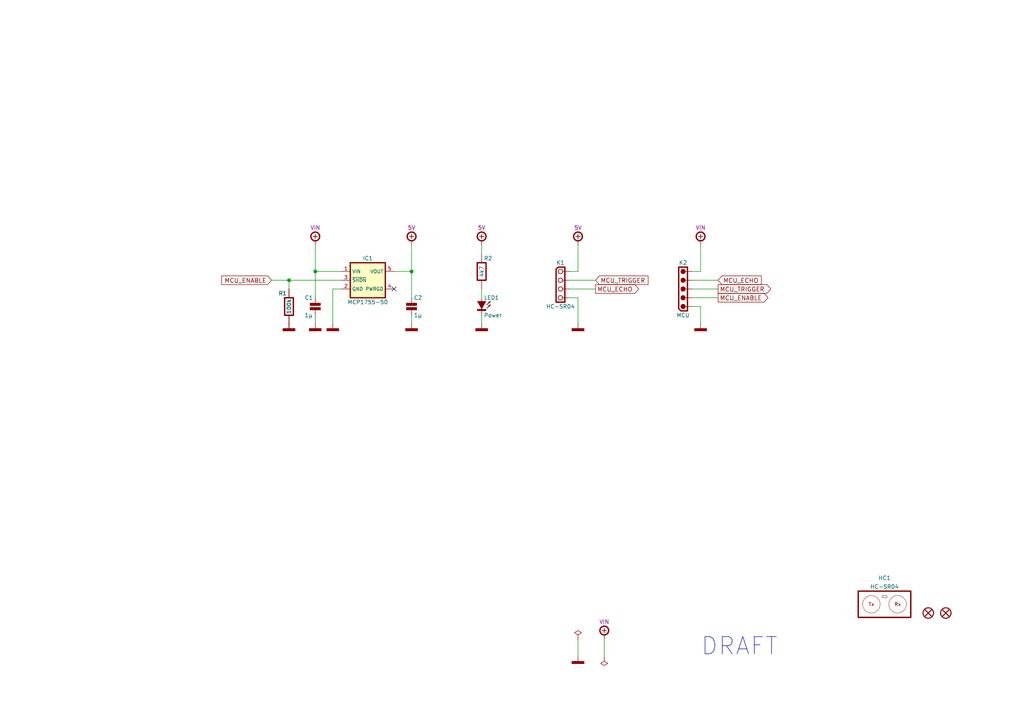
<source format=kicad_sch>
(kicad_sch (version 20230121) (generator eeschema)
  (paper "A4")
  (title_block (title "TBOT - HC-SR04") (date "01/2022") (rev "A"))
  (lib_symbols
    (symbol "tronixio:CAPACITOR-1206-1U-16V-10P-X7R" (pin_numbers hide) (pin_names (offset 0) hide)
      (property "Reference" "C" (at 0.635 2.54 0))
      (property "Value" "1µ" (at 0.635 -2.54 0))
      (symbol "CAPACITOR-1206-1U-16V-10P-X7R_0_1"
        (rectangle (start -1.524 -0.254) (end 1.524 -1.016) (stroke (width 0.001)) (fill (type outline)))
        (rectangle (start -1.524 1.016) (end 1.524 0.254) (stroke (width 0.001)) (fill (type outline)))
      )
      (symbol "CAPACITOR-1206-1U-16V-10P-X7R_1_1"
        (pin passive line (at 0 2.54 270) (length 1.905) (name "~") (number "1"))
        (pin passive line (at 0 -2.54 90) (length 1.905) (name "~") (number "2"))
      )
    )
    (symbol "tronixio:HC-SR04" (pin_numbers hide) (pin_names (offset 0) hide)
      (property "Reference" "HC" (at 0 7.62 0))
      (property "Value" "HC-SR04" (at 0 5.08 0))
      (symbol "HC-SR04_0_0"
        (text "Rx" (at 3.81 0 0) (effects (font (size 1 1))))
        (text "Tx" (at -3.81 0 0) (effects (font (size 1 1))))
      )
      (symbol "HC-SR04_0_1"
        (rectangle (start -7.62 3.81) (end 7.62 -3.81) (stroke (width 0.4)))
        (circle (center -3.81 0) (radius 2.54) (stroke (width 0.1)))
        (arc (start -0.635 2.54) (mid -0.762 2.2225) (end -0.635 1.905) (stroke (width 0.1)))
        (polyline (pts (xy -0.635 1.905) (xy 0.635 1.905)) (stroke (width 0.1)))
        (polyline (pts (xy 0.635 2.54) (xy -0.635 2.54)) (stroke (width 0.1)))
        (arc (start 0.635 1.905) (mid 0.7633 2.2225) (end 0.635 2.54) (stroke (width 0.1)))
        (circle (center 3.81 0) (radius 2.54) (stroke (width 0.1)))
      )
      (symbol "HC-SR04_1_1"
        (pin no_connect line (at 0 -10.16 0) (length 2.54) hide (name "NC") (number "NC"))
      )
    )
    (symbol "tronixio:KINGBRIGHT-LED-1206-PURPLE" (pin_numbers hide) (pin_names (offset 0) hide)
      (property "Reference" "LED" (at 0 3.81 0))
      (property "Value" "PURPLE" (at 0 -2.54 0))
      (symbol "KINGBRIGHT-LED-1206-PURPLE_0_1"
        (rectangle (start -1.27 1.27) (end -0.762 -1.27) (stroke (width 0.001)) (fill (type outline)))
        (polyline (pts (xy 1.524 -1.27) (xy 1.524 1.27) (xy -0.762 0) (xy 1.524 -1.27)) (stroke (width 0.001)) (fill (type outline)))
        (polyline (pts (xy -0.508 1.524) (xy 0.508 2.54) (xy 0.254 2.032) (xy 0 2.286) (xy 0.508 2.54)) (stroke (width 0.2)))
        (polyline (pts (xy 0.508 1.524) (xy 1.524 2.54) (xy 1.27 2.032) (xy 1.016 2.286) (xy 1.524 2.54)) (stroke (width 0.2)))
      )
      (symbol "KINGBRIGHT-LED-1206-PURPLE_1_1"
        (pin passive line (at -2.54 0 0) (length 1.27) (name "C") (number "1"))
        (pin passive line (at 2.54 0 180) (length 1.27) (name "A") (number "2"))
      )
    )
    (symbol "tronixio:MICROCHIP-MCP1755-50-SOT23" (pin_names (offset 0.5))
      (property "Reference" "U" (at 2.54 3.81 0))
      (property "Value" "MCP1755-50" (at 7.62 -8.89 0))
      (symbol "MICROCHIP-MCP1755-50-SOT23_0_1"
        (rectangle (start 2.54 2.54) (end 12.7 -7.62) (stroke (width 0.4)) (fill (type background)))
      )
      (symbol "MICROCHIP-MCP1755-50-SOT23_1_1"
        (pin power_in line (at 0 0 0) (length 2.54) (name "VIN") (number "1"))
        (pin power_in line (at 0 -5.08 0) (length 2.54) (name "GND") (number "2"))
        (pin input line (at 0 -2.54 0) (length 2.54) (name "~{SHDN}") (number "3"))
        (pin open_collector line (at 15.24 -5.08 180) (length 2.54) (name "PWRGD") (number "4"))
        (pin power_out line (at 15.24 0 180) (length 2.54) (name "VOUT") (number "5"))
      )
    )
    (symbol "tronixio:MOLEX-MICRO-LATCH-05-RIGHT-ANGLE" (pin_numbers hide) (pin_names (offset 0) hide)
      (property "Reference" "K" (at 0 2.54 0))
      (property "Value" "MOLEX-MICRO-LATCH-05-RIGHT-ANGLE" (at 0 -12.7 0))
      (symbol "MOLEX-MICRO-LATCH-05-RIGHT-ANGLE_0_1"
        (circle (center 0 -10.16) (radius 0.635) (stroke (width 0.2)) (fill (type outline)))
        (circle (center 0 -7.62) (radius 0.635) (stroke (width 0.2)) (fill (type outline)))
        (circle (center 0 -5.08) (radius 0.635) (stroke (width 0.2)) (fill (type outline)))
        (circle (center 0 -2.54) (radius 0.635) (stroke (width 0.2)) (fill (type outline)))
        (polyline (pts (xy -1.27 -11.43) (xy 1.27 -11.43) (xy 1.27 0.635) (xy 0.635 1.27) (xy -1.27 1.27) (xy -1.27 -11.43)) (stroke (width 0.4)))
        (circle (center 0 0) (radius 0.635) (stroke (width 0.2)) (fill (type outline)))
      )
      (symbol "MOLEX-MICRO-LATCH-05-RIGHT-ANGLE_1_1"
        (pin passive line (at -2.54 0 0) (length 1.905) (name "1") (number "1"))
        (pin passive line (at -2.54 -2.54 0) (length 1.905) (name "2") (number "2"))
        (pin passive line (at -2.54 -5.08 0) (length 1.905) (name "3") (number "3"))
        (pin passive line (at -2.54 -7.62 0) (length 1.905) (name "4") (number "4"))
        (pin passive line (at -2.54 -10.16 0) (length 1.905) (name "5") (number "5"))
      )
    )
    (symbol "tronixio:MOUNTING-HOLE-3MM-MASK" (pin_numbers hide) (pin_names (offset 0) hide)
      (symbol "MOUNTING-HOLE-3MM-MASK_0_1"
        (polyline (pts (xy -1.016 -1.016) (xy 1.016 1.016)) (stroke (width 0.3)))
        (polyline (pts (xy 1.016 -1.016) (xy -1.016 1.016)) (stroke (width 0.3)))
        (circle (center 0 0) (radius 1.524) (stroke (width 0.3)))
      )
    )
    (symbol "tronixio:POWER-+5V" (power) (pin_numbers hide) (pin_names (offset 0) hide)
      (property "Name" "5V" (at 0 5.08 0))
      (symbol "POWER-+5V_0_1"
        (polyline (pts (xy -0.635 2.54) (xy 0.635 2.54)) (stroke (width 0.2)))
        (polyline (pts (xy 0 1.905) (xy 0 3.175)) (stroke (width 0.2)))
        (circle (center 0 2.54) (radius 1.27) (stroke (width 0.4)))
      )
      (symbol "POWER-+5V_1_1"
        (pin power_in line (at 0 0 90) (length 1.27) (name "+5V") (number "1"))
      )
    )
    (symbol "tronixio:POWER-+VIN" (power) (pin_numbers hide) (pin_names (offset 0) hide)
      (property "Name" "VIN" (at 0 5.08 0))
      (symbol "POWER-+VIN_0_1"
        (polyline (pts (xy -0.635 2.54) (xy 0.635 2.54)) (stroke (width 0.2)))
        (polyline (pts (xy 0 1.905) (xy 0 3.175)) (stroke (width 0.2)))
        (circle (center 0 2.54) (radius 1.27) (stroke (width 0.4)))
      )
      (symbol "POWER-+VIN_1_1"
        (pin power_in line (at 0 0 90) (length 1.27) (name "+VIN") (number "1"))
      )
    )
    (symbol "tronixio:POWER-FLAG" (power) (pin_numbers hide) (pin_names (offset 0) hide)
      (symbol "POWER-FLAG_0_0"
        (pin power_out line (at 0 0 90) (length 0) (name "pwr") (number "1"))
      )
      (symbol "POWER-FLAG_0_1"
        (polyline (pts (xy 0 0) (xy 0 1.27) (xy -1.016 1.905) (xy 0 2.54) (xy 1.016 1.905) (xy 0 1.27)))
      )
    )
    (symbol "tronixio:POWER-GND" (power) (pin_numbers hide) (pin_names (offset 0) hide)
      (symbol "POWER-GND_0_1"
        (rectangle (start -1.778 -2.032) (end 1.778 -1.27) (stroke (width 0.001)) (fill (type outline)))
      )
      (symbol "POWER-GND_1_1"
        (pin power_in line (at 0 0 270) (length 1.27) (name "GND") (number "1"))
      )
    )
    (symbol "tronixio:RESISTOR-1206-100K-5P" (pin_numbers hide) (pin_names (offset 0) hide)
      (property "Reference" "R" (at 0.635 3.81 0))
      (property "Value" "100k" (at 0 0 90))
      (symbol "RESISTOR-1206-100K-5P_0_1"
        (rectangle (start -1.27 -2.54) (end 1.27 2.54) (stroke (width 0.4)))
      )
      (symbol "RESISTOR-1206-100K-5P_1_1"
        (pin passive line (at 0 5.08 270) (length 2.54) (name "~") (number "1"))
        (pin passive line (at 0 -5.08 90) (length 2.54) (name "~") (number "2"))
      )
    )
    (symbol "tronixio:RESISTOR-1206-4K7-5P" (pin_numbers hide) (pin_names (offset 0) hide)
      (property "Reference" "R" (at 0.635 3.81 0))
      (property "Value" "4k7" (at 0 0 90))
      (symbol "RESISTOR-1206-4K7-5P_0_1"
        (rectangle (start -1.27 -2.54) (end 1.27 2.54) (stroke (width 0.4)))
      )
      (symbol "RESISTOR-1206-4K7-5P_1_1"
        (pin passive line (at 0 5.08 270) (length 2.54) (name "~") (number "1"))
        (pin passive line (at 0 -5.08 90) (length 2.54) (name "~") (number "2"))
      )
    )
    (symbol "tronixio:SAMTEC-SSW-104-02-T-S-RA" (pin_numbers hide) (pin_names (offset 0) hide)
      (property "Reference" "K" (at 0 2.54 0))
      (property "Value" "SAMTEC-SSW-104-02-T-S-RA" (at 0 -10.16 0))
      (symbol "SAMTEC-SSW-104-02-T-S-RA_0_1"
        (circle (center 0 -7.62) (radius 0.635) (stroke (width 0.2)))
        (circle (center 0 -5.08) (radius 0.635) (stroke (width 0.2)))
        (circle (center 0 -2.54) (radius 0.635) (stroke (width 0.2)))
        (polyline (pts (xy -1.27 -8.89) (xy 1.27 -8.89) (xy 1.27 0.635) (xy 0.635 1.27) (xy -1.27 1.27) (xy -1.27 -8.89)) (stroke (width 0.4)))
        (circle (center 0 0) (radius 0.635) (stroke (width 0.2)))
      )
      (symbol "SAMTEC-SSW-104-02-T-S-RA_1_1"
        (pin passive line (at -2.54 0 0) (length 1.905) (name "1") (number "1"))
        (pin passive line (at -2.54 -2.54 0) (length 1.905) (name "2") (number "2"))
        (pin passive line (at -2.54 -5.08 0) (length 1.905) (name "3") (number "3"))
        (pin passive line (at -2.54 -7.62 0) (length 1.905) (name "4") (number "4"))
      )
    )
  )
  (junction (at 119.38 78.74))
  (junction (at 91.44 78.74))
  (junction (at 83.82 81.28))
  (no_connect (at 114.3 83.82))
  (wire (pts (xy 96.52 83.82) (xy 96.52 93.98)))
  (wire (pts (xy 96.52 83.82) (xy 99.06 83.82)))
  (wire (pts (xy 114.3 78.74) (xy 119.38 78.74)))
  (wire (pts (xy 200.66 86.36) (xy 208.28 86.36)))
  (wire (pts (xy 91.44 71.12) (xy 91.44 78.74)))
  (wire (pts (xy 203.2 88.9) (xy 203.2 93.98)))
  (wire (pts (xy 200.66 88.9) (xy 203.2 88.9)))
  (wire (pts (xy 119.38 91.44) (xy 119.38 93.98)))
  (wire (pts (xy 78.74 81.28) (xy 83.82 81.28)))
  (wire (pts (xy 165.1 81.28) (xy 172.72 81.28)))
  (wire (pts (xy 91.44 78.74) (xy 91.44 86.36)))
  (wire (pts (xy 165.1 83.82) (xy 172.72 83.82)))
  (wire (pts (xy 200.66 81.28) (xy 208.28 81.28)))
  (wire (pts (xy 175.26 185.42) (xy 175.26 190.5)))
  (wire (pts (xy 139.7 91.44) (xy 139.7 93.98)))
  (wire (pts (xy 139.7 86.36) (xy 139.7 83.82)))
  (wire (pts (xy 200.66 83.82) (xy 208.28 83.82)))
  (wire (pts (xy 119.38 71.12) (xy 119.38 78.74)))
  (wire (pts (xy 165.1 78.74) (xy 167.64 78.74)))
  (wire (pts (xy 167.64 78.74) (xy 167.64 71.12)))
  (wire (pts (xy 91.44 91.44) (xy 91.44 93.98)))
  (wire (pts (xy 200.66 78.74) (xy 203.2 78.74)))
  (wire (pts (xy 203.2 78.74) (xy 203.2 71.12)))
  (wire (pts (xy 139.7 71.12) (xy 139.7 73.66)))
  (wire (pts (xy 83.82 81.28) (xy 83.82 83.82)))
  (wire (pts (xy 119.38 78.74) (xy 119.38 86.36)))
  (wire (pts (xy 165.1 86.36) (xy 167.64 86.36)))
  (wire (pts (xy 167.64 86.36) (xy 167.64 93.98)))
  (wire (pts (xy 83.82 81.28) (xy 99.06 81.28)))
  (wire (pts (xy 167.64 185.42) (xy 167.64 190.5)))
  (wire (pts (xy 91.44 78.74) (xy 99.06 78.74)))
  (text "DRAFT" (at 203.2 190.5 0) (effects (font (size 5 5)) (justify left bottom)))
  (global_label "MCU_TRIGGER" (shape input) (at 172.72 81.28 0) (property "Intersheetrefs" "${INTERSHEET_REFS}" (effects hide)))
  (global_label "MCU_ENABLE" (shape input) (at 78.74 81.28 180) (property "Intersheetrefs" "${INTERSHEET_REFS}" (effects hide)))
  (global_label "MCU_ENABLE" (shape output) (at 208.28 86.36 0) (property "Intersheetrefs" "${INTERSHEET_REFS}" (effects hide)))
  (global_label "MCU_ECHO" (shape output) (at 172.72 83.82 0) (property "Intersheetrefs" "${INTERSHEET_REFS}" (effects hide)))
  (global_label "MCU_TRIGGER" (shape output) (at 208.28 83.82 0) (property "Intersheetrefs" "${INTERSHEET_REFS}" (effects hide)))
  (global_label "MCU_ECHO" (shape input) (at 208.28 81.28 0) (property "Intersheetrefs" "${INTERSHEET_REFS}" (effects hide)))
  (symbol (lib_id "tronixio:RESISTOR-1206-100K-5P") (at 83.82 88.9 0) (unit 1)
    (property "Reference" "R1" (at 83.185 85.09 0) (effects (font (size 1.15 1.15)) (justify right)))
    (property "Value" "100k" (at 83.82 88.9 90) (effects (font (size 1.15 1.15))))
    (property "Footprint" "tronixio:RESISTOR-SMD-1206" (effects hide))
    (property "Tolerance" "5%" (effects hide))
    (property "Mouser" "660-RK73B2BTTDD104J" (effects hide))
  )
  (symbol (lib_id "tronixio:POWER-GND") (at 203.2 93.98 0) (unit 1)
    (property "Reference" "#PWR016" (effects hide))
    (property "Value" "POWER-GND" (effects hide))
  )
  (symbol (lib_id "tronixio:CAPACITOR-1206-1U-16V-10P-X7R") (at 119.38 88.9 0) (unit 1)
    (property "Reference" "C2" (at 120.015 86.36 0) (effects (font (size 1.15 1.15)) (justify left)))
    (property "Value" "1µ" (at 120.015 91.44 0) (effects (font (size 1.15 1.15)) (justify left)))
    (property "Footprint" "tronixio:CAPACITOR-SMD-1206" (effects hide))
    (property "Voltage" "16V" (effects hide))
    (property "Tolerance" "10%" (effects hide))
    (property "Mouser" "80-C1206C105K4R" (effects hide))
  )
  (symbol (lib_id "tronixio:POWER-+5V") (at 139.7 71.12 0) (unit 1)
    (property "Reference" "#PWR07" (effects hide))
    (property "Value" "POWER-+5V" (effects hide))
    (property "Name" "5V" (at 139.7 66.04 0) (effects (font (size 1.15 1.15))))
  )
  (symbol (lib_id "tronixio:POWER-+5V") (at 167.64 71.12 0) (unit 1)
    (property "Reference" "#PWR013" (effects hide))
    (property "Value" "POWER-+5V" (effects hide))
    (property "Name" "5V" (at 167.64 66.04 0) (effects (font (size 1.15 1.15))))
  )
  (symbol (lib_id "tronixio:MOLEX-MICRO-LATCH-05-RIGHT-ANGLE") (at 198.12 88.9 180) (unit 1)
    (property "Reference" "K2" (at 198.12 76.2 0) (effects (font (size 1.15 1.15))))
    (property "Value" "MCU" (at 198.12 91.44 0) (effects (font (size 1.15 1.15))))
    (property "Footprint" "tronixio:MOLEX-532540570" (effects hide))
    (property "Datasheet" "https://www.molex.com/pdm_docs/sd/532540570_sd.pdf" (effects hide))
    (property "Mouser" "538-53254-0570" (effects hide))
  )
  (symbol (lib_id "tronixio:POWER-GND") (at 83.82 93.98 0) (unit 1)
    (property "Reference" "#PWR01" (effects hide))
    (property "Value" "POWER-GND" (effects hide))
  )
  (symbol (lib_id "tronixio:POWER-FLAG") (at 167.64 185.42 0) (unit 1)
    (property "Reference" "#FLG01" (effects hide))
    (property "Value" "POWER-FLAG" (effects hide))
  )
  (symbol (lib_id "tronixio:POWER-+VIN") (at 175.26 185.42 0) (unit 1)
    (property "Reference" "#PWR011" (effects hide))
    (property "Value" "POWER-+VIN" (effects hide))
    (property "Name" "VIN" (at 175.26 180.34 0) (effects (font (size 1.15 1.15))))
  )
  (symbol (lib_id "tronixio:HC-SR04") (at 256.54 175.26 0) (unit 1)
    (property "Reference" "HC1" (at 256.54 167.64 0) (effects (font (size 1.15 1.15))))
    (property "Value" "HC-SR04" (at 256.54 170.18 0) (effects (font (size 1.15 1.15))))
    (property "Footprint" "tronixio:HC-SR04" (effects hide))
    (property "Datasheet" "https://cdn.sparkfun.com/datasheets/Sensors/Proximity/HCSR04.pdf" (effects hide))
  )
  (symbol (lib_id "tronixio:POWER-+5V") (at 119.38 71.12 0) (unit 1)
    (property "Reference" "#PWR05" (effects hide))
    (property "Value" "POWER-+5V" (effects hide))
    (property "Name" "5V" (at 119.38 66.04 0) (effects (font (size 1.15 1.15))))
  )
  (symbol (lib_id "tronixio:MOUNTING-HOLE-3MM-MASK") (at 269.24 177.8 0) (unit 1)
    (property "Reference" "H1" (effects hide))
    (property "Value" "MOUNTING-HOLE-3MM-MASK" (effects hide))
    (property "Footprint" "tronixio:MOUNTING-HOLE-3MM-MASK" (effects hide))
  )
  (symbol (lib_id "tronixio:POWER-+VIN") (at 203.2 71.12 0) (unit 1)
    (property "Reference" "#PWR015" (effects hide))
    (property "Value" "POWER-+VIN" (effects hide))
    (property "Name" "VIN" (at 203.2 66.04 0) (effects (font (size 1.15 1.15))))
  )
  (symbol (lib_id "tronixio:POWER-FLAG") (at 175.26 190.5 180) (unit 1)
    (property "Reference" "#FLG02" (effects hide))
    (property "Value" "POWER-FLAG" (effects hide))
  )
  (symbol (lib_id "tronixio:MOUNTING-HOLE-3MM-MASK") (at 274.32 177.8 0) (unit 1)
    (property "Reference" "H2" (effects hide))
    (property "Value" "MOUNTING-HOLE-3MM-MASK" (effects hide))
    (property "Footprint" "tronixio:MOUNTING-HOLE-3MM-MASK" (effects hide))
  )
  (symbol (lib_id "tronixio:POWER-GND") (at 167.64 93.98 0) (unit 1)
    (property "Reference" "#PWR014" (effects hide))
    (property "Value" "POWER-GND" (effects hide))
  )
  (symbol (lib_id "tronixio:POWER-+VIN") (at 91.44 71.12 0) (unit 1)
    (property "Reference" "#PWR02" (effects hide))
    (property "Value" "POWER-+VIN" (effects hide))
    (property "Name" "VIN" (at 91.44 66.04 0) (effects (font (size 1.15 1.15))))
  )
  (symbol (lib_id "tronixio:CAPACITOR-1206-1U-16V-10P-X7R") (at 91.44 88.9 0) (unit 1)
    (property "Reference" "C1" (at 90.805 86.36 0) (effects (font (size 1.15 1.15)) (justify right)))
    (property "Value" "1µ" (at 90.805 91.44 0) (effects (font (size 1.15 1.15)) (justify right)))
    (property "Footprint" "tronixio:CAPACITOR-SMD-1206" (effects hide))
    (property "Voltage" "16V" (effects hide))
    (property "Tolerance" "10%" (effects hide))
    (property "Mouser" "80-C1206C105K4R" (effects hide))
  )
  (symbol (lib_id "tronixio:MICROCHIP-MCP1755-50-SOT23") (at 99.06 78.74 0) (unit 1)
    (property "Reference" "IC1" (at 106.68 74.93 0) (effects (font (size 1.15 1.15))))
    (property "Value" "MCP1755-50" (at 106.68 87.63 0) (effects (font (size 1.15 1.15))))
    (property "Footprint" "tronixio:SOT-23-5" (effects hide))
    (property "Datasheet" "https://www.microchip.com/en-us/product/MCP1755" (effects hide))
    (property "Mouser" "579-MCP1755T-5002EOT" (effects hide))
  )
  (symbol (lib_id "tronixio:POWER-GND") (at 119.38 93.98 0) (unit 1)
    (property "Reference" "#PWR06" (effects hide))
    (property "Value" "POWER-GND" (effects hide))
  )
  (symbol (lib_id "tronixio:POWER-GND") (at 139.7 93.98 0) (unit 1)
    (property "Reference" "#PWR08" (effects hide))
    (property "Value" "POWER-GND" (effects hide))
  )
  (symbol (lib_id "tronixio:KINGBRIGHT-LED-1206-PURPLE") (at 139.7 88.9 270) (mirror x) (unit 1)
    (property "Reference" "LED1" (at 140.335 86.36 90) (effects (font (size 1.15 1.15)) (justify left)))
    (property "Value" "Power" (at 140.335 91.44 90) (effects (font (size 1.15 1.15)) (justify left)))
    (property "Footprint" "tronixio:LED-SMD-1206" (effects hide))
    (property "Datasheet" "https://www.kingbrightusa.com/images/catalog/SPEC/APTR3216-VFX.pdf" (effects hide))
    (property "Mouser" "604-APTR3216-VFX" (effects hide))
  )
  (symbol (lib_id "tronixio:POWER-GND") (at 91.44 93.98 0) (unit 1)
    (property "Reference" "#PWR03" (effects hide))
    (property "Value" "POWER-GND" (effects hide))
  )
  (symbol (lib_id "tronixio:POWER-GND") (at 96.52 93.98 0) (unit 1)
    (property "Reference" "#PWR04" (effects hide))
    (property "Value" "POWER-GND" (effects hide))
  )
  (symbol (lib_id "tronixio:RESISTOR-1206-4K7-5P") (at 139.7 78.74 0) (unit 1)
    (property "Reference" "R2" (at 140.335 74.93 0) (effects (font (size 1.15 1.15)) (justify left)))
    (property "Value" "4k7" (at 139.7 78.74 90) (effects (font (size 1.15 1.15))))
    (property "Footprint" "tronixio:RESISTOR-SMD-1206" (effects hide))
    (property "Tolerance" "5%" (effects hide))
    (property "Mouser" "660-RK73B2BTTDD472J" (effects hide))
  )
  (symbol (lib_id "tronixio:POWER-GND") (at 167.64 190.5 0) (unit 1)
    (property "Reference" "#PWR010" (effects hide))
    (property "Value" "POWER-GND" (effects hide))
  )
  (symbol (lib_id "tronixio:SAMTEC-SSW-104-02-T-S-RA") (at 162.56 78.74 0) (mirror y) (unit 1)
    (property "Reference" "K1" (at 162.56 76.2 0) (effects (font (size 1.15 1.15))))
    (property "Value" "HC-SR04" (at 162.56 88.9 0) (effects (font (size 1.15 1.15))))
    (property "Footprint" "tronixio:SAMTEC-SSW-104-02-T-S-RA" (effects hide))
    (property "Datasheet" "http://suddendocs.samtec.com/catalog_english/ssw_th.pdf" (effects hide))
    (property "Mouser" "200-SSW10402TSRA" (effects hide))
  )
)
</source>
